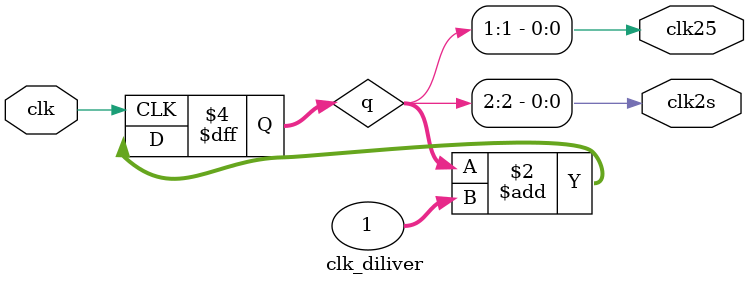
<source format=v>
`timescale 1ns / 1ps


module clk_diliver(
    input clk,
   output clk25,
   output clk2s
);
 
reg [31:0] q = 0;

always @(posedge clk)
  q <= q + 1;
 assign clk25 = q[1];
 assign clk2s = q[2];

endmodule

 
</source>
